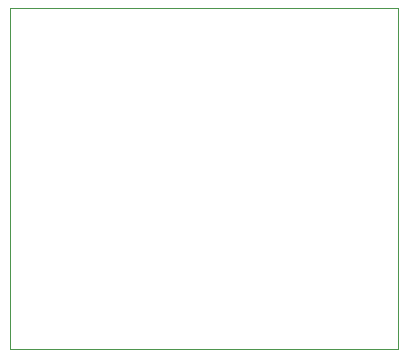
<source format=gbr>
%TF.GenerationSoftware,KiCad,Pcbnew,(6.0.11)*%
%TF.CreationDate,2023-09-04T13:57:40-04:00*%
%TF.ProjectId,BlinkyProject,426c696e-6b79-4507-926f-6a6563742e6b,rev?*%
%TF.SameCoordinates,Original*%
%TF.FileFunction,Profile,NP*%
%FSLAX46Y46*%
G04 Gerber Fmt 4.6, Leading zero omitted, Abs format (unit mm)*
G04 Created by KiCad (PCBNEW (6.0.11)) date 2023-09-04 13:57:40*
%MOMM*%
%LPD*%
G01*
G04 APERTURE LIST*
%TA.AperFunction,Profile*%
%ADD10C,0.050000*%
%TD*%
G04 APERTURE END LIST*
D10*
X149825000Y-106655000D02*
X182675000Y-106655000D01*
X182675000Y-106655000D02*
X182675000Y-135505000D01*
X182675000Y-135505000D02*
X149825000Y-135505000D01*
X149825000Y-135505000D02*
X149825000Y-106655000D01*
M02*

</source>
